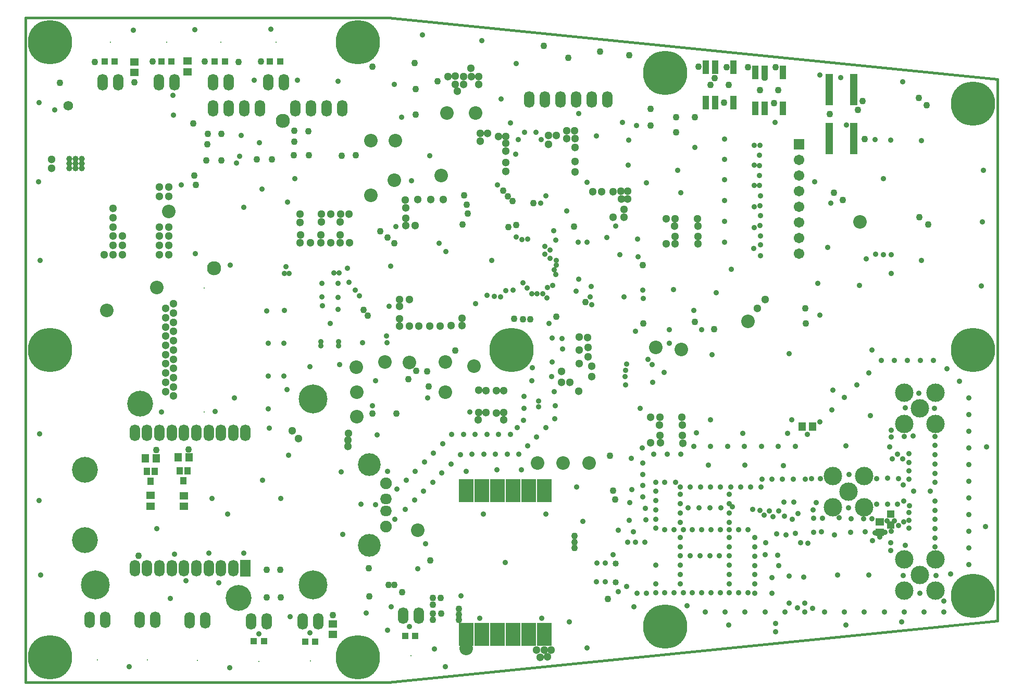
<source format=gbs>
G04 Layer_Color=16711935*
%FSLAX44Y44*%
%MOMM*%
G71*
G01*
G75*
%ADD48C,0.4000*%
%ADD102R,1.2192X1.3208*%
%ADD105R,1.3208X1.2192*%
%ADD114R,1.2032X1.2032*%
%ADD125R,1.0032X1.2032*%
%ADD138C,7.2032*%
%ADD139C,4.2032*%
%ADD140R,1.7032X1.7032*%
%ADD141C,1.7032*%
%ADD142C,2.2032*%
%ADD143C,1.0032*%
%ADD144C,1.0162*%
%ADD145C,0.2032*%
%ADD146C,3.0032*%
%ADD147O,1.7032X2.7032*%
%ADD148C,3.7032*%
%ADD149C,1.9032*%
%ADD150O,1.9032X1.7032*%
%ADD151C,1.1032*%
%ADD152R,1.7032X2.7032*%
%ADD153O,1.7032X2.7032*%
%ADD154C,4.7032*%
%ADD155C,0.9000*%
%ADD156C,1.1000*%
%ADD157C,1.3000*%
%ADD158C,1.5700*%
%ADD159C,2.3000*%
%ADD160R,1.0160X1.0160*%
%ADD161R,1.2032X5.2032*%
%ADD162R,1.0032X2.2032*%
%ADD163R,2.4932X3.7032*%
D48*
X800000Y260000D02*
X1790000Y360000D01*
Y1240000D01*
X210000Y260000D02*
X800000D01*
Y1340000D02*
X1790000Y1240000D01*
X210000Y1340000D02*
X800000D01*
X210000Y260000D02*
Y1340000D01*
D102*
X458364Y625500D02*
D03*
X475500D02*
D03*
X404864Y623750D02*
D03*
X422000D02*
D03*
X1489136Y675500D02*
D03*
X1472000D02*
D03*
D105*
X709250Y337614D02*
D03*
Y354750D02*
D03*
X467250Y545864D02*
D03*
Y563000D02*
D03*
X413500Y546114D02*
D03*
Y563250D02*
D03*
X386500Y1268386D02*
D03*
Y1251250D02*
D03*
X473000Y1269386D02*
D03*
Y1252250D02*
D03*
X1598750Y503114D02*
D03*
Y520250D02*
D03*
D114*
X1616250Y515750D02*
D03*
Y532750D02*
D03*
D125*
X460250Y603250D02*
D03*
X473250D02*
D03*
X466750Y587250D02*
D03*
X407000Y602750D02*
D03*
X420000D02*
D03*
X413500Y586750D02*
D03*
D138*
X1750000Y400000D02*
D03*
X250000Y1300000D02*
D03*
X750000D02*
D03*
X1250000Y1250000D02*
D03*
X1750000Y1200000D02*
D03*
Y800000D02*
D03*
X1250000Y350000D02*
D03*
X750000Y300000D02*
D03*
X250000D02*
D03*
Y800000D02*
D03*
X1000000D02*
D03*
D139*
X306750Y605000D02*
D03*
Y491000D02*
D03*
X396250Y712500D02*
D03*
X556500Y396750D02*
D03*
D140*
X1466886Y1134036D02*
D03*
D141*
Y1108636D02*
D03*
Y1083236D02*
D03*
Y1057836D02*
D03*
Y1032436D02*
D03*
Y1007036D02*
D03*
Y981636D02*
D03*
Y956236D02*
D03*
D142*
X847000Y507000D02*
D03*
X1125750Y616250D02*
D03*
X1083250Y616000D02*
D03*
X1042250Y615750D02*
D03*
X926000Y314500D02*
D03*
X1566250Y1008250D02*
D03*
X1384000Y846250D02*
D03*
X747250Y771750D02*
D03*
X748750Y731500D02*
D03*
Y691750D02*
D03*
X938750Y773250D02*
D03*
X892500Y731000D02*
D03*
X833750Y779750D02*
D03*
X892000Y780500D02*
D03*
X794000Y780000D02*
D03*
X885500Y1083500D02*
D03*
X809000Y1076000D02*
D03*
X771000Y1140000D02*
D03*
X1234500Y804000D02*
D03*
X1276250Y801000D02*
D03*
X941500Y1185500D02*
D03*
X342250Y864250D02*
D03*
X894500Y1185500D02*
D03*
X423500Y901250D02*
D03*
X442500Y1025000D02*
D03*
X811000Y1140000D02*
D03*
X771000Y1051000D02*
D03*
D143*
X291000Y1095500D02*
D03*
X301000D02*
D03*
X281000D02*
D03*
Y1110500D02*
D03*
X291000D02*
D03*
X301000D02*
D03*
X281000Y1103000D02*
D03*
X291000D02*
D03*
X301000D02*
D03*
D144*
X1169000Y452423D02*
D03*
Y422423D02*
D03*
D145*
X500000Y901000D02*
D03*
Y699000D02*
D03*
X673000Y294000D02*
D03*
X589000Y293500D02*
D03*
X836000Y303000D02*
D03*
X326500Y296000D02*
D03*
X408000Y296000D02*
D03*
X489000Y295250D02*
D03*
X439500Y1300000D02*
D03*
X617500D02*
D03*
X527700D02*
D03*
X348300D02*
D03*
D146*
X1663350Y705400D02*
D03*
X1688750Y730800D02*
D03*
X1637950D02*
D03*
Y680000D02*
D03*
X1688750D02*
D03*
X1663350Y434400D02*
D03*
X1688750Y459800D02*
D03*
X1637950D02*
D03*
Y409000D02*
D03*
X1688750D02*
D03*
X1547407Y569739D02*
D03*
X1572807Y595139D02*
D03*
X1522007D02*
D03*
Y544339D02*
D03*
X1572807D02*
D03*
D147*
X673950Y1192750D02*
D03*
X648550D02*
D03*
X699350D02*
D03*
X724750D02*
D03*
X540400Y1192500D02*
D03*
X515000D02*
D03*
X565800D02*
D03*
X591200D02*
D03*
X1079600Y1207500D02*
D03*
X1105000D02*
D03*
X1155800D02*
D03*
X1130400D02*
D03*
X1054200D02*
D03*
X1028800D02*
D03*
X685700Y359000D02*
D03*
X660300D02*
D03*
X601700Y358500D02*
D03*
X576300D02*
D03*
X848700Y368000D02*
D03*
X823300D02*
D03*
X339200Y361000D02*
D03*
X313800D02*
D03*
X420700Y361000D02*
D03*
X395300D02*
D03*
X501700Y360250D02*
D03*
X476300D02*
D03*
X426800Y1235000D02*
D03*
X452200D02*
D03*
X604800D02*
D03*
X630200D02*
D03*
X515000D02*
D03*
X540400D02*
D03*
X335600D02*
D03*
X361000D02*
D03*
D148*
X768500Y613700D02*
D03*
Y482300D02*
D03*
D149*
X795500Y513000D02*
D03*
Y583000D02*
D03*
D150*
Y538000D02*
D03*
Y558000D02*
D03*
D151*
X1353000Y1231000D02*
D03*
X1323000D02*
D03*
X1433500Y1222000D02*
D03*
X1403500D02*
D03*
D152*
X567500Y445000D02*
D03*
D153*
X547500D02*
D03*
X527500D02*
D03*
X507500D02*
D03*
X487500D02*
D03*
X467500D02*
D03*
X447500D02*
D03*
X427500D02*
D03*
X407500D02*
D03*
X387500D02*
D03*
X567500Y665000D02*
D03*
X547500D02*
D03*
X527500D02*
D03*
X507500D02*
D03*
X487500D02*
D03*
X467500D02*
D03*
X447500D02*
D03*
X427500D02*
D03*
X407500D02*
D03*
X387500D02*
D03*
D154*
X677500Y720000D02*
D03*
Y418000D02*
D03*
X323500D02*
D03*
D155*
X560000Y1149000D02*
D03*
X257000Y1190000D02*
D03*
X1653500Y570250D02*
D03*
X1680500Y570000D02*
D03*
X1635666Y622793D02*
D03*
X1391500Y540750D02*
D03*
X1622250Y522000D02*
D03*
X1610000D02*
D03*
X1576750Y947750D02*
D03*
X1617250Y924500D02*
D03*
X1270250Y1091750D02*
D03*
X977250Y1068500D02*
D03*
X552500Y1103500D02*
D03*
X672000Y339750D02*
D03*
X589250Y338750D02*
D03*
X423500Y509250D02*
D03*
X1083000Y801250D02*
D03*
X1065500Y819250D02*
D03*
X1081750Y818750D02*
D03*
X1065500Y780500D02*
D03*
X1065250Y756750D02*
D03*
X1069250Y731750D02*
D03*
X1070750Y709250D02*
D03*
X1025750Y643917D02*
D03*
X1040625Y658625D02*
D03*
X1055500Y673333D02*
D03*
X1070375Y688042D02*
D03*
X935550Y630750D02*
D03*
X954600D02*
D03*
X973650D02*
D03*
X992700D02*
D03*
X1011750D02*
D03*
X798000Y602250D02*
D03*
X778586Y548635D02*
D03*
X810500Y524500D02*
D03*
X827250Y541000D02*
D03*
X842125Y555708D02*
D03*
X857000Y570417D02*
D03*
X871875Y585125D02*
D03*
X886750Y599833D02*
D03*
X901625Y614542D02*
D03*
X916500Y630000D02*
D03*
X1060750Y843000D02*
D03*
X1033500Y770750D02*
D03*
X1033250Y749750D02*
D03*
X1020000Y724250D02*
D03*
Y705000D02*
D03*
X1019500Y685500D02*
D03*
X1009500Y673750D02*
D03*
X998000Y662500D02*
D03*
X978950D02*
D03*
X959900D02*
D03*
X940850D02*
D03*
X921800D02*
D03*
X902750D02*
D03*
X887875Y647042D02*
D03*
X873000Y632333D02*
D03*
X858125Y617625D02*
D03*
X843250Y602917D02*
D03*
X828375Y588208D02*
D03*
X813500Y573500D02*
D03*
X803250Y936000D02*
D03*
X811500Y1000250D02*
D03*
X1192000Y551750D02*
D03*
X1199000Y382250D02*
D03*
X1763250Y904250D02*
D03*
X1766750Y1092000D02*
D03*
X1765500Y1008250D02*
D03*
X1772250Y642250D02*
D03*
X1770500Y513000D02*
D03*
X1122750Y315750D02*
D03*
X1429250Y341500D02*
D03*
X1543750Y352750D02*
D03*
X1634000Y358000D02*
D03*
X1643350Y782750D02*
D03*
X1664650D02*
D03*
X1685950D02*
D03*
X1622050D02*
D03*
X1600750Y782750D02*
D03*
X1152500Y423000D02*
D03*
X1139000Y453750D02*
D03*
X1152250Y453500D02*
D03*
X1191000Y523000D02*
D03*
X1284750Y384250D02*
D03*
X1138000Y422750D02*
D03*
X1164750Y467250D02*
D03*
X1275000Y630250D02*
D03*
X1252875D02*
D03*
X1230750D02*
D03*
X1213000Y616250D02*
D03*
X1173250Y407250D02*
D03*
X1583500Y693000D02*
D03*
X1543000Y643750D02*
D03*
X1441750Y612000D02*
D03*
X1379000Y612500D02*
D03*
X1320250D02*
D03*
X1580500Y434000D02*
D03*
X1530000D02*
D03*
X1585750Y525250D02*
D03*
X1617250Y669250D02*
D03*
X1614500Y642250D02*
D03*
X1586250Y490000D02*
D03*
X1616500Y473750D02*
D03*
X1616250Y486250D02*
D03*
X1616750Y505250D02*
D03*
X1575000Y504000D02*
D03*
X1551000Y503250D02*
D03*
X1525000Y499250D02*
D03*
X1503250Y504000D02*
D03*
X1481750Y486000D02*
D03*
X1470000Y486500D02*
D03*
X1491000Y503750D02*
D03*
X1461250Y502250D02*
D03*
X1445750Y499500D02*
D03*
X1413000Y486750D02*
D03*
X1412500Y467000D02*
D03*
X1430750Y500750D02*
D03*
X1477250Y589750D02*
D03*
X1443750Y529750D02*
D03*
X1424750Y529000D02*
D03*
X1217500Y542450D02*
D03*
X1213000Y560900D02*
D03*
Y579350D02*
D03*
Y597800D02*
D03*
X1295750Y643000D02*
D03*
X1323292D02*
D03*
X1350833D02*
D03*
X1378375D02*
D03*
X1405917D02*
D03*
X1433458D02*
D03*
X1461000D02*
D03*
X1480964Y662964D02*
D03*
X1500928Y682929D02*
D03*
X1520893Y702893D02*
D03*
X1540857Y722857D02*
D03*
X1560821Y742821D02*
D03*
X1580786Y762786D02*
D03*
X1198000Y504250D02*
D03*
X1187250Y415750D02*
D03*
X1203500Y404500D02*
D03*
X1219500Y404750D02*
D03*
X1743000Y613523D02*
D03*
Y640568D02*
D03*
Y667614D02*
D03*
Y694659D02*
D03*
Y721704D02*
D03*
Y586477D02*
D03*
Y559432D02*
D03*
Y532386D02*
D03*
Y505341D02*
D03*
Y478295D02*
D03*
Y451250D02*
D03*
X1645500Y510500D02*
D03*
X1639500Y482500D02*
D03*
X1652750Y660250D02*
D03*
X1639500Y705500D02*
D03*
X1662250Y729500D02*
D03*
X1687500Y705250D02*
D03*
X1339625Y577000D02*
D03*
X1323219D02*
D03*
X1306812D02*
D03*
X1290406D02*
D03*
X1508750Y374250D02*
D03*
X1541062D02*
D03*
X1573375D02*
D03*
X1605687D02*
D03*
X1638000D02*
D03*
X1670312D02*
D03*
X1702625D02*
D03*
X1444125D02*
D03*
X1411812D02*
D03*
X1379500D02*
D03*
X1347188D02*
D03*
X1314875D02*
D03*
X1423250Y430250D02*
D03*
X1423500Y404500D02*
D03*
X1476750Y388250D02*
D03*
X1474500Y430500D02*
D03*
X1450750Y388000D02*
D03*
X1451000Y432750D02*
D03*
X1434500Y449000D02*
D03*
X1432250Y466500D02*
D03*
X1465250Y534000D02*
D03*
X1456250Y524500D02*
D03*
X1410750Y531250D02*
D03*
X1458250Y590250D02*
D03*
X1637250Y520750D02*
D03*
X1611000Y549250D02*
D03*
X1593000Y549000D02*
D03*
X1593500Y591000D02*
D03*
X1611500Y591250D02*
D03*
X1423000Y590250D02*
D03*
X1407250Y590000D02*
D03*
X1372437Y577000D02*
D03*
X1388844D02*
D03*
X1405250D02*
D03*
X1440500Y590000D02*
D03*
X1689500Y433000D02*
D03*
X1636750Y433250D02*
D03*
X1663250Y404500D02*
D03*
X1646000Y523000D02*
D03*
X1645500Y631011D02*
D03*
X1688250Y659500D02*
D03*
Y614500D02*
D03*
X1548250Y597500D02*
D03*
X1532750Y527250D02*
D03*
X1340500Y543000D02*
D03*
X1322750D02*
D03*
X1305000D02*
D03*
X1287250D02*
D03*
X1338000Y465500D02*
D03*
X1322000D02*
D03*
X1306000D02*
D03*
X1290000D02*
D03*
X1458750Y552500D02*
D03*
X1442250D02*
D03*
X1433929Y538301D02*
D03*
X1419263Y538117D02*
D03*
X1547250Y543000D02*
D03*
X1627536Y630924D02*
D03*
X1629224Y514329D02*
D03*
X1606500Y503250D02*
D03*
X1591000Y503000D02*
D03*
X1598750Y495750D02*
D03*
X692000Y908250D02*
D03*
X718250Y908000D02*
D03*
Y885750D02*
D03*
X745750Y897500D02*
D03*
X735250Y909500D02*
D03*
X1007500Y983250D02*
D03*
X967500Y945250D02*
D03*
X1185250Y766500D02*
D03*
X1184500Y756750D02*
D03*
X1185250Y743500D02*
D03*
X1050500Y891000D02*
D03*
X1041250D02*
D03*
X1032750D02*
D03*
X1062250Y949000D02*
D03*
Y962050D02*
D03*
X1054000Y955500D02*
D03*
Y968250D02*
D03*
X1108500Y975250D02*
D03*
X1016750Y979250D02*
D03*
X1025750Y980500D02*
D03*
X1018500Y908750D02*
D03*
X1128000Y886250D02*
D03*
X1216500Y487500D02*
D03*
X630250Y757500D02*
D03*
Y810500D02*
D03*
X630500Y864000D02*
D03*
X604500Y757500D02*
D03*
Y810500D02*
D03*
X602000Y863750D02*
D03*
X691750Y886250D02*
D03*
X719250Y924750D02*
D03*
X711250D02*
D03*
X630500Y924500D02*
D03*
X638250D02*
D03*
X718250Y865750D02*
D03*
X692250Y872000D02*
D03*
X690000Y806750D02*
D03*
X690250Y813250D02*
D03*
X718750Y813750D02*
D03*
Y807000D02*
D03*
X1617000Y954750D02*
D03*
X1591750Y955250D02*
D03*
X1044000Y717000D02*
D03*
Y707500D02*
D03*
X1266500Y585000D02*
D03*
X1249000D02*
D03*
X1688000Y479750D02*
D03*
X1629000Y591000D02*
D03*
X1505500Y526750D02*
D03*
X1490500D02*
D03*
X1356031Y577000D02*
D03*
X1354000Y565000D02*
D03*
Y550000D02*
D03*
Y535000D02*
D03*
Y520000D02*
D03*
X1274000Y577000D02*
D03*
Y565000D02*
D03*
Y550000D02*
D03*
Y535000D02*
D03*
Y520000D02*
D03*
X1354000Y420000D02*
D03*
Y435000D02*
D03*
Y450000D02*
D03*
X1354000Y465500D02*
D03*
X1354000Y480000D02*
D03*
Y495000D02*
D03*
X1274000D02*
D03*
Y480000D02*
D03*
Y465500D02*
D03*
Y450000D02*
D03*
Y435000D02*
D03*
Y420000D02*
D03*
X1234000Y585000D02*
D03*
Y570000D02*
D03*
Y555000D02*
D03*
Y540000D02*
D03*
Y525000D02*
D03*
Y510000D02*
D03*
X1218000Y524000D02*
D03*
X1201500Y487500D02*
D03*
X1188250Y487500D02*
D03*
X1234000Y450000D02*
D03*
Y420000D02*
D03*
Y405000D02*
D03*
X1249000Y507500D02*
D03*
X1264000D02*
D03*
X1279000D02*
D03*
X1294000D02*
D03*
X1309000D02*
D03*
X1324000D02*
D03*
X1339000D02*
D03*
X1354000D02*
D03*
X1369000D02*
D03*
X1384000D02*
D03*
X1395500Y494750D02*
D03*
Y479750D02*
D03*
Y464750D02*
D03*
X1395000Y449750D02*
D03*
X1395500Y434750D02*
D03*
Y419750D02*
D03*
Y404750D02*
D03*
X1384000Y405000D02*
D03*
X1369000D02*
D03*
X1354000D02*
D03*
X1339000D02*
D03*
X1324000D02*
D03*
X1309000D02*
D03*
X1294000D02*
D03*
X1279000D02*
D03*
X1264000D02*
D03*
X1249000D02*
D03*
X1490250Y539750D02*
D03*
X1495500Y551500D02*
D03*
X1502000Y590500D02*
D03*
X1487250Y590750D02*
D03*
X1617332Y658716D02*
D03*
X1618750Y623000D02*
D03*
X1638298Y658929D02*
D03*
X1552250Y525500D02*
D03*
X1572250D02*
D03*
X1645500Y603250D02*
D03*
X1645750Y590000D02*
D03*
Y536000D02*
D03*
X1688250Y494500D02*
D03*
Y509500D02*
D03*
Y524500D02*
D03*
Y539500D02*
D03*
Y554500D02*
D03*
Y644500D02*
D03*
Y629500D02*
D03*
X1645500Y617250D02*
D03*
X1688250Y599500D02*
D03*
Y584500D02*
D03*
X1358500Y544750D02*
D03*
X1404000Y539250D02*
D03*
X1040000Y1154000D02*
D03*
X1021000D02*
D03*
X1011000Y1142000D02*
D03*
X1007000Y1118000D02*
D03*
X1048000Y1142000D02*
D03*
X1047000Y1039000D02*
D03*
X558000Y1115000D02*
D03*
X863500Y721750D02*
D03*
X773500Y709500D02*
D03*
X881750Y973000D02*
D03*
X893500Y960250D02*
D03*
X1002500Y897500D02*
D03*
X990750Y896250D02*
D03*
X797250Y812000D02*
D03*
X796500Y822500D02*
D03*
X982250Y886500D02*
D03*
X972000Y887170D02*
D03*
X445500Y395750D02*
D03*
X763500Y372250D02*
D03*
X874750Y314250D02*
D03*
X892500Y284750D02*
D03*
X1072000Y978750D02*
D03*
X1068000Y993750D02*
D03*
X1464250Y380500D02*
D03*
X1213250Y897250D02*
D03*
X1213750Y883500D02*
D03*
X1489500Y379500D02*
D03*
X1393750Y965250D02*
D03*
X1404750Y952750D02*
D03*
Y985250D02*
D03*
X1404250Y1018500D02*
D03*
Y1050500D02*
D03*
X1403250Y1083500D02*
D03*
Y1099500D02*
D03*
X1403500Y1133000D02*
D03*
X1403250Y1116250D02*
D03*
Y1067500D02*
D03*
X1403750Y1034500D02*
D03*
X1404000Y1002000D02*
D03*
X1394500Y998750D02*
D03*
X1394250Y1033000D02*
D03*
X1394500Y1067000D02*
D03*
X1394750Y1100500D02*
D03*
X1394500Y1133000D02*
D03*
X1346500Y975000D02*
D03*
X1346000Y1009000D02*
D03*
Y1043000D02*
D03*
Y1076750D02*
D03*
X1346500Y1110000D02*
D03*
X1346250Y1142750D02*
D03*
X1590500Y1141500D02*
D03*
X1616250Y1141000D02*
D03*
X1493000Y1073750D02*
D03*
X1175750Y954750D02*
D03*
X1183000Y886250D02*
D03*
X1057250Y884750D02*
D03*
X1186750Y776750D02*
D03*
X1123000Y1072250D02*
D03*
X1180000Y1169750D02*
D03*
X998250Y1169000D02*
D03*
X1707750Y769500D02*
D03*
X1728000Y749000D02*
D03*
X1173250Y507250D02*
D03*
X1713250Y435750D02*
D03*
X1702500Y391750D02*
D03*
X633000Y935250D02*
D03*
X705000Y843000D02*
D03*
X753000Y888250D02*
D03*
X800500Y870750D02*
D03*
X672000Y773000D02*
D03*
X758000Y812000D02*
D03*
X634500Y735250D02*
D03*
X604250Y704250D02*
D03*
X517750Y699750D02*
D03*
X549250Y722250D02*
D03*
X430750Y699000D02*
D03*
X606250Y673000D02*
D03*
X451750Y468000D02*
D03*
X508250Y469500D02*
D03*
X538750Y532750D02*
D03*
X595500Y588500D02*
D03*
X637750Y628500D02*
D03*
X564750Y470000D02*
D03*
X523750Y421000D02*
D03*
X470750Y424500D02*
D03*
X640000Y366000D02*
D03*
X541500Y283500D02*
D03*
X781500Y662000D02*
D03*
X932250Y698750D02*
D03*
X720500Y776250D02*
D03*
X779000Y750250D02*
D03*
X941500Y875500D02*
D03*
X754750Y549500D02*
D03*
X625000Y558500D02*
D03*
X798500Y344750D02*
D03*
X834250Y350250D02*
D03*
X847750Y444000D02*
D03*
X917750Y400250D02*
D03*
X925750Y603000D02*
D03*
X1106000Y577250D02*
D03*
X1115500Y521250D02*
D03*
X1093750Y357500D02*
D03*
X948500Y363500D02*
D03*
X1048750D02*
D03*
X989500Y454250D02*
D03*
X859750Y484750D02*
D03*
X954500Y533500D02*
D03*
X1056000D02*
D03*
X1016250Y605500D02*
D03*
X976250D02*
D03*
X1212500Y641000D02*
D03*
X1300500Y665250D02*
D03*
X1375500Y664750D02*
D03*
X1448250D02*
D03*
X1130000Y873750D02*
D03*
X1105000Y895250D02*
D03*
X1129250Y903500D02*
D03*
X1168750Y1001750D02*
D03*
X1154750Y983000D02*
D03*
X1089250Y1025750D02*
D03*
X1205500Y951750D02*
D03*
X1205000Y980000D02*
D03*
X1323500Y686750D02*
D03*
X1247500Y763750D02*
D03*
X1455500Y686750D02*
D03*
X1522250Y735000D02*
D03*
X1586000Y800250D02*
D03*
X960250Y888500D02*
D03*
X1055750Y1050250D02*
D03*
X1109250Y1184500D02*
D03*
X1189750Y1100250D02*
D03*
X651500Y1238250D02*
D03*
X717750Y1237000D02*
D03*
X809500Y1231750D02*
D03*
X821000Y1178250D02*
D03*
X581750Y1238750D02*
D03*
X449750Y1214250D02*
D03*
X385500Y1319500D02*
D03*
X484750Y1320750D02*
D03*
X609000Y1321250D02*
D03*
X231750Y1202000D02*
D03*
X233500Y945750D02*
D03*
X231250Y1073750D02*
D03*
X233000Y663500D02*
D03*
X234500Y434500D02*
D03*
X378500Y285500D02*
D03*
X232000Y555250D02*
D03*
X1666500Y945750D02*
D03*
X1665750Y1140000D02*
D03*
X543000Y938000D02*
D03*
X635500Y1040500D02*
D03*
X486000Y956250D02*
D03*
X564250Y1031750D02*
D03*
X594250Y1061250D02*
D03*
X463250Y1068000D02*
D03*
X450250Y1181750D02*
D03*
X1544500Y1165250D02*
D03*
X1190500Y1141250D02*
D03*
X1298250Y1129250D02*
D03*
X1497750Y908250D02*
D03*
X1519250Y1038750D02*
D03*
X1450750Y793750D02*
D03*
X1256500Y833250D02*
D03*
X1308750Y832500D02*
D03*
X1332250Y893000D02*
D03*
X1500750Y856500D02*
D03*
X1565000Y904750D02*
D03*
X1604200Y955000D02*
D03*
X1218750Y1071500D02*
D03*
X951500Y1302750D02*
D03*
X854750Y1312250D02*
D03*
X1356750Y931000D02*
D03*
X1263000Y898000D02*
D03*
X1201000Y830500D02*
D03*
X1428000Y1169750D02*
D03*
X1513500Y966500D02*
D03*
X1007500Y1265250D02*
D03*
X1274750Y1055250D02*
D03*
X1203000Y1165000D02*
D03*
X1138250Y1147500D02*
D03*
X867250Y1115750D02*
D03*
X1604000Y1078750D02*
D03*
X1635500Y1235500D02*
D03*
X1501250Y1247250D02*
D03*
X1534750Y1242500D02*
D03*
X1221250Y785000D02*
D03*
X1229500Y747750D02*
D03*
X1208750Y704750D02*
D03*
X1195000Y572750D02*
D03*
X1194500Y623750D02*
D03*
X1352500Y352500D02*
D03*
X1429000Y355500D02*
D03*
X722750Y601750D02*
D03*
X648000Y1078000D02*
D03*
X589750Y1136750D02*
D03*
X837250Y1075000D02*
D03*
X1325500Y792500D02*
D03*
X1256000Y810750D02*
D03*
X733500Y932500D02*
D03*
X513250Y558750D02*
D03*
X725500Y500000D02*
D03*
X804000Y382250D02*
D03*
X982500Y1208250D02*
D03*
X1109000Y914750D02*
D03*
X1067000Y905000D02*
D03*
X1071500Y922500D02*
D03*
X1072500Y938000D02*
D03*
X1072802Y945546D02*
D03*
X1296000Y864250D02*
D03*
X1122750Y975500D02*
D03*
X1476072Y374268D02*
D03*
X1636500Y580750D02*
D03*
X1637250Y554000D02*
D03*
X1627079Y549027D02*
D03*
X1646580Y547027D02*
D03*
X1025050Y900794D02*
D03*
X1058552Y901044D02*
D03*
X1404750Y971250D02*
D03*
X1228500Y776500D02*
D03*
X1069552Y930045D02*
D03*
D156*
X1167998Y557248D02*
D03*
X1156500Y395500D02*
D03*
X1030000Y849750D02*
D03*
X1018500D02*
D03*
X1003750Y850250D02*
D03*
X1007500Y1002750D02*
D03*
X994750Y999750D02*
D03*
X872250Y361250D02*
D03*
Y371250D02*
D03*
Y385750D02*
D03*
Y396750D02*
D03*
X885000D02*
D03*
X885250Y371250D02*
D03*
X1102500Y497250D02*
D03*
X1478000Y843250D02*
D03*
X1477750Y867500D02*
D03*
X786500Y993000D02*
D03*
X809250Y973000D02*
D03*
X798500Y983000D02*
D03*
X926750Y1036250D02*
D03*
X928500Y1022000D02*
D03*
X1329250Y833500D02*
D03*
X1298250Y845500D02*
D03*
X1663000Y1016000D02*
D03*
X1677000Y1004000D02*
D03*
X265750Y1234500D02*
D03*
X482750Y1168250D02*
D03*
X416250Y1269000D02*
D03*
X1349500Y1259750D02*
D03*
X1304000Y1260250D02*
D03*
X1345250Y1202000D02*
D03*
X1426500Y1201250D02*
D03*
X1429250Y1259250D02*
D03*
X1384250Y1259500D02*
D03*
X1330250Y1241750D02*
D03*
X1411500Y1242250D02*
D03*
X1297750Y1178000D02*
D03*
X1226000Y1191500D02*
D03*
Y1164500D02*
D03*
X1662250Y1209500D02*
D03*
X1675000Y1197750D02*
D03*
X1538000Y1043750D02*
D03*
X1524250Y1055848D02*
D03*
X1052000Y1294250D02*
D03*
X1143500Y1285250D02*
D03*
X1191500Y1278750D02*
D03*
X1516750Y1183750D02*
D03*
X1573500Y1142750D02*
D03*
X1570750Y1204250D02*
D03*
X842500Y1266500D02*
D03*
X844000Y1223750D02*
D03*
X556250Y1268250D02*
D03*
X501500Y1268750D02*
D03*
X592250Y1269000D02*
D03*
X773500Y1260750D02*
D03*
X986500Y1058750D02*
D03*
X844000Y1182750D02*
D03*
X880000Y1236500D02*
D03*
X993500Y1049750D02*
D03*
X1001500Y1042000D02*
D03*
X1267250Y1178500D02*
D03*
X1267500Y1153750D02*
D03*
X602250Y442250D02*
D03*
X759000Y865250D02*
D03*
X766500Y856000D02*
D03*
X832000Y752500D02*
D03*
X845250Y766250D02*
D03*
X862250Y765500D02*
D03*
X774000Y696750D02*
D03*
X813000D02*
D03*
X908500Y798750D02*
D03*
X914000Y361000D02*
D03*
Y370000D02*
D03*
X809250Y418000D02*
D03*
X800250D02*
D03*
X821750Y406250D02*
D03*
X914000Y379250D02*
D03*
X768500Y399250D02*
D03*
X768250Y445250D02*
D03*
X709250Y368750D02*
D03*
X602000Y397750D02*
D03*
X624500Y397500D02*
D03*
X624250Y442250D02*
D03*
X867750Y457750D02*
D03*
X422250Y637250D02*
D03*
X475250Y637750D02*
D03*
X646500Y1138750D02*
D03*
X646250Y1116250D02*
D03*
X670250D02*
D03*
X747000Y1116500D02*
D03*
X723500Y1116000D02*
D03*
X610000Y1109750D02*
D03*
X585750D02*
D03*
X528000Y1108000D02*
D03*
X504025Y1107804D02*
D03*
X505250Y1134000D02*
D03*
X528276Y1151056D02*
D03*
X506000Y1151250D02*
D03*
X647000Y1156500D02*
D03*
X670000Y1155750D02*
D03*
X484250Y1083500D02*
D03*
X487000Y1068000D02*
D03*
X393500Y465250D02*
D03*
X386500Y1235000D02*
D03*
X322750Y1268250D02*
D03*
X1562750Y1189750D02*
D03*
X920500Y1004000D02*
D03*
X1072500Y854000D02*
D03*
X1035051Y1038301D02*
D03*
X1165000Y571250D02*
D03*
X1102500Y478250D02*
D03*
Y487855D02*
D03*
X1160000Y628250D02*
D03*
X1213500Y938250D02*
D03*
X1214000Y842750D02*
D03*
X1119750Y877500D02*
D03*
X1092000Y1274500D02*
D03*
X922795Y1051301D02*
D03*
X1101554Y1000549D02*
D03*
X864792Y740286D02*
D03*
D157*
X643250Y668250D02*
D03*
X653250Y656250D02*
D03*
X1110000Y778250D02*
D03*
X1109500Y799500D02*
D03*
Y821250D02*
D03*
X1124500Y804500D02*
D03*
X1124250Y789000D02*
D03*
X1130400Y773250D02*
D03*
Y756750D02*
D03*
X1109250Y732750D02*
D03*
X987250Y686000D02*
D03*
Y698000D02*
D03*
Y733750D02*
D03*
X975000D02*
D03*
Y697750D02*
D03*
X946000Y686250D02*
D03*
X946250Y698250D02*
D03*
Y734250D02*
D03*
X958250Y734000D02*
D03*
Y698000D02*
D03*
X1251500Y1013250D02*
D03*
X1265500Y1013000D02*
D03*
X1302500Y1013500D02*
D03*
X1302750Y1001250D02*
D03*
X1265250D02*
D03*
X1251250Y972500D02*
D03*
X1265750Y972750D02*
D03*
X1303000Y972500D02*
D03*
Y984500D02*
D03*
X1265500D02*
D03*
X1225750Y691000D02*
D03*
X1240750D02*
D03*
X1277000Y690500D02*
D03*
X1277250Y677750D02*
D03*
X1240500Y678000D02*
D03*
X1241500Y661000D02*
D03*
X1225750Y648750D02*
D03*
X1241750D02*
D03*
X1278000Y648500D02*
D03*
X1277750Y661250D02*
D03*
X721000Y974000D02*
D03*
X736750Y974250D02*
D03*
X735750Y1021000D02*
D03*
X721750Y1020750D02*
D03*
X706250Y1021250D02*
D03*
X690500Y1020750D02*
D03*
X656250Y1020500D02*
D03*
X656000Y1007500D02*
D03*
X690500Y1008000D02*
D03*
X721500D02*
D03*
X690000Y986750D02*
D03*
X721000D02*
D03*
X705750Y974000D02*
D03*
X690250D02*
D03*
X673250D02*
D03*
X656250D02*
D03*
X656500Y987000D02*
D03*
X919750Y851250D02*
D03*
Y839500D02*
D03*
X901500Y839250D02*
D03*
X883750Y839000D02*
D03*
X867000D02*
D03*
X849500Y838750D02*
D03*
X834250D02*
D03*
X817500Y838500D02*
D03*
X817750Y850750D02*
D03*
X961000Y1152250D02*
D03*
X949000Y1152000D02*
D03*
X949250Y1139000D02*
D03*
X1182500Y1028250D02*
D03*
X1182750Y1015750D02*
D03*
X1164750D02*
D03*
X1131750Y1057000D02*
D03*
X1146500D02*
D03*
X1164750Y1057500D02*
D03*
X1178000Y1057750D02*
D03*
X1188750D02*
D03*
X1189000Y1045750D02*
D03*
X1178250D02*
D03*
X1103304Y1089553D02*
D03*
X1103250Y1106250D02*
D03*
X1103000Y1129250D02*
D03*
X1102750Y1144000D02*
D03*
X1102500Y1156250D02*
D03*
X1089500D02*
D03*
Y1143750D02*
D03*
X990500Y1090250D02*
D03*
Y1104750D02*
D03*
Y1123000D02*
D03*
Y1136250D02*
D03*
X990650Y1147000D02*
D03*
X978500D02*
D03*
X888500Y1044250D02*
D03*
X868500D02*
D03*
X847500D02*
D03*
X827500Y1044000D02*
D03*
X827750Y1030750D02*
D03*
X912000Y1220750D02*
D03*
X933750Y1257750D02*
D03*
X908500Y1232000D02*
D03*
Y1245000D02*
D03*
X896750Y1244750D02*
D03*
X921750Y1244250D02*
D03*
Y1231750D02*
D03*
X946500D02*
D03*
X946250Y1244750D02*
D03*
X934250D02*
D03*
X1412000Y881750D02*
D03*
X1399250Y867250D02*
D03*
X828000Y1002000D02*
D03*
X843000D02*
D03*
X437500Y732500D02*
D03*
Y747500D02*
D03*
Y762500D02*
D03*
Y777500D02*
D03*
Y792500D02*
D03*
Y807500D02*
D03*
Y822500D02*
D03*
Y837500D02*
D03*
Y852500D02*
D03*
Y867500D02*
D03*
X450000Y875000D02*
D03*
Y860000D02*
D03*
Y845000D02*
D03*
Y830000D02*
D03*
Y815000D02*
D03*
Y800000D02*
D03*
Y785000D02*
D03*
Y770000D02*
D03*
Y755000D02*
D03*
Y740000D02*
D03*
Y725000D02*
D03*
X427500Y1065000D02*
D03*
X442500D02*
D03*
X427500Y1050000D02*
D03*
X442500D02*
D03*
X427500Y1000000D02*
D03*
X442500D02*
D03*
X427500Y985000D02*
D03*
X442500D02*
D03*
X427500Y970000D02*
D03*
X442500D02*
D03*
X427500Y955000D02*
D03*
X442500D02*
D03*
X252500Y1095000D02*
D03*
Y1110000D02*
D03*
X352500Y1030000D02*
D03*
Y1015000D02*
D03*
Y1000000D02*
D03*
Y985000D02*
D03*
Y970000D02*
D03*
X367500Y985000D02*
D03*
Y970000D02*
D03*
X337500Y955000D02*
D03*
X352500D02*
D03*
X367500D02*
D03*
X834000Y882000D02*
D03*
X818000D02*
D03*
X1081000Y765000D02*
D03*
X828000Y1014000D02*
D03*
X1060000Y1134000D02*
D03*
Y1149000D02*
D03*
X1073000D02*
D03*
X818000Y871000D02*
D03*
X734500Y664250D02*
D03*
X734250Y653500D02*
D03*
X734000Y643000D02*
D03*
X1052750Y312250D02*
D03*
X1064500Y312000D02*
D03*
X1040750D02*
D03*
X1046500Y300500D02*
D03*
X1058500Y300833D02*
D03*
X1095000Y747000D02*
D03*
X1081000D02*
D03*
X1123805Y820540D02*
D03*
D158*
X279250Y1197000D02*
D03*
D159*
X628500Y1172200D02*
D03*
X516250Y932750D02*
D03*
D160*
X664872Y326000D02*
D03*
X681000D02*
D03*
X581122Y326500D02*
D03*
X597250D02*
D03*
X827372Y335000D02*
D03*
X843500D02*
D03*
X338872Y1268500D02*
D03*
X355000D02*
D03*
X517622Y1268750D02*
D03*
X533750D02*
D03*
X607372D02*
D03*
X623500D02*
D03*
X430872Y1269000D02*
D03*
X447000D02*
D03*
D161*
X1556500Y1143500D02*
D03*
X1516500D02*
D03*
Y1223500D02*
D03*
X1556500D02*
D03*
D162*
X1360500Y1260000D02*
D03*
X1330500D02*
D03*
X1315500D02*
D03*
Y1202000D02*
D03*
X1330500D02*
D03*
X1360500D02*
D03*
X1441000Y1251000D02*
D03*
X1411000D02*
D03*
X1396000D02*
D03*
Y1193000D02*
D03*
X1411000D02*
D03*
X1441000D02*
D03*
D163*
X926000Y337500D02*
D03*
X951400D02*
D03*
X976800D02*
D03*
X1002200D02*
D03*
X1027600D02*
D03*
X1053000D02*
D03*
Y571500D02*
D03*
X1027600D02*
D03*
X1002200D02*
D03*
X976800D02*
D03*
X951400D02*
D03*
X926000D02*
D03*
M02*

</source>
